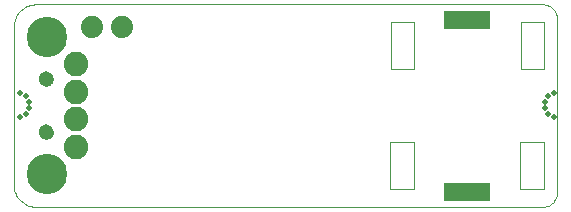
<source format=gbs>
G75*
%MOIN*%
%OFA0B0*%
%FSLAX24Y24*%
%IPPOS*%
%LPD*%
%AMOC8*
5,1,8,0,0,1.08239X$1,22.5*
%
%ADD10C,0.0000*%
%ADD11C,0.0200*%
%ADD12C,0.0820*%
%ADD13C,0.1346*%
%ADD14C,0.0513*%
%ADD15C,0.0740*%
%ADD16R,0.1575X0.0630*%
%ADD17C,0.0039*%
D10*
X006773Y003863D02*
X023643Y003863D01*
X023687Y003865D01*
X023730Y003871D01*
X023772Y003880D01*
X023814Y003893D01*
X023854Y003910D01*
X023893Y003930D01*
X023930Y003953D01*
X023964Y003980D01*
X023997Y004009D01*
X024026Y004042D01*
X024053Y004076D01*
X024076Y004113D01*
X024096Y004152D01*
X024113Y004192D01*
X024126Y004234D01*
X024135Y004276D01*
X024141Y004319D01*
X024143Y004363D01*
X024143Y010109D01*
X024141Y010152D01*
X024136Y010196D01*
X024127Y010238D01*
X024114Y010280D01*
X024098Y010320D01*
X024078Y010359D01*
X024055Y010396D01*
X024029Y010431D01*
X024000Y010463D01*
X023968Y010493D01*
X023933Y010520D01*
X023897Y010544D01*
X023858Y010564D01*
X023818Y010581D01*
X023777Y010595D01*
X023734Y010605D01*
X023691Y010611D01*
X023647Y010613D01*
X023648Y010613D02*
X006777Y010613D01*
X006723Y010611D01*
X006670Y010605D01*
X006617Y010596D01*
X006565Y010582D01*
X006514Y010565D01*
X006464Y010545D01*
X006416Y010521D01*
X006369Y010493D01*
X006325Y010463D01*
X006283Y010429D01*
X006244Y010392D01*
X006207Y010353D01*
X006173Y010311D01*
X006143Y010267D01*
X006115Y010220D01*
X006091Y010172D01*
X006071Y010122D01*
X006054Y010071D01*
X006040Y010019D01*
X006031Y009966D01*
X006025Y009913D01*
X006023Y009859D01*
X006023Y004613D01*
X006025Y004559D01*
X006031Y004506D01*
X006040Y004454D01*
X006053Y004402D01*
X006070Y004351D01*
X006091Y004301D01*
X006115Y004254D01*
X006142Y004208D01*
X006173Y004164D01*
X006206Y004122D01*
X006243Y004083D01*
X006282Y004046D01*
X006324Y004013D01*
X006368Y003982D01*
X006414Y003955D01*
X006461Y003931D01*
X006511Y003910D01*
X006562Y003893D01*
X006614Y003880D01*
X006666Y003871D01*
X006719Y003865D01*
X006773Y003863D01*
X006892Y006352D02*
X006894Y006381D01*
X006900Y006409D01*
X006909Y006437D01*
X006922Y006463D01*
X006939Y006486D01*
X006958Y006508D01*
X006980Y006527D01*
X007005Y006542D01*
X007031Y006555D01*
X007059Y006563D01*
X007087Y006568D01*
X007116Y006569D01*
X007145Y006566D01*
X007173Y006559D01*
X007200Y006549D01*
X007226Y006535D01*
X007249Y006518D01*
X007270Y006498D01*
X007288Y006475D01*
X007303Y006450D01*
X007314Y006423D01*
X007322Y006395D01*
X007326Y006366D01*
X007326Y006338D01*
X007322Y006309D01*
X007314Y006281D01*
X007303Y006254D01*
X007288Y006229D01*
X007270Y006206D01*
X007249Y006186D01*
X007226Y006169D01*
X007200Y006155D01*
X007173Y006145D01*
X007145Y006138D01*
X007116Y006135D01*
X007087Y006136D01*
X007059Y006141D01*
X007031Y006149D01*
X007005Y006162D01*
X006980Y006177D01*
X006958Y006196D01*
X006939Y006218D01*
X006922Y006241D01*
X006909Y006267D01*
X006900Y006295D01*
X006894Y006323D01*
X006892Y006352D01*
X006163Y006863D02*
X006165Y006878D01*
X006170Y006892D01*
X006179Y006904D01*
X006191Y006914D01*
X006204Y006920D01*
X006219Y006923D01*
X006234Y006922D01*
X006249Y006917D01*
X006261Y006909D01*
X006272Y006898D01*
X006279Y006885D01*
X006283Y006871D01*
X006283Y006855D01*
X006279Y006841D01*
X006272Y006828D01*
X006261Y006817D01*
X006249Y006809D01*
X006234Y006804D01*
X006219Y006803D01*
X006204Y006806D01*
X006191Y006812D01*
X006179Y006822D01*
X006170Y006834D01*
X006165Y006848D01*
X006163Y006863D01*
X006363Y006963D02*
X006365Y006978D01*
X006370Y006992D01*
X006379Y007004D01*
X006391Y007014D01*
X006404Y007020D01*
X006419Y007023D01*
X006434Y007022D01*
X006449Y007017D01*
X006461Y007009D01*
X006472Y006998D01*
X006479Y006985D01*
X006483Y006971D01*
X006483Y006955D01*
X006479Y006941D01*
X006472Y006928D01*
X006461Y006917D01*
X006449Y006909D01*
X006434Y006904D01*
X006419Y006903D01*
X006404Y006906D01*
X006391Y006912D01*
X006379Y006922D01*
X006370Y006934D01*
X006365Y006948D01*
X006363Y006963D01*
X006463Y007163D02*
X006465Y007178D01*
X006470Y007192D01*
X006479Y007204D01*
X006491Y007214D01*
X006504Y007220D01*
X006519Y007223D01*
X006534Y007222D01*
X006549Y007217D01*
X006561Y007209D01*
X006572Y007198D01*
X006579Y007185D01*
X006583Y007171D01*
X006583Y007155D01*
X006579Y007141D01*
X006572Y007128D01*
X006561Y007117D01*
X006549Y007109D01*
X006534Y007104D01*
X006519Y007103D01*
X006504Y007106D01*
X006491Y007112D01*
X006479Y007122D01*
X006470Y007134D01*
X006465Y007148D01*
X006463Y007163D01*
X006463Y007363D02*
X006465Y007378D01*
X006470Y007392D01*
X006479Y007404D01*
X006491Y007414D01*
X006504Y007420D01*
X006519Y007423D01*
X006534Y007422D01*
X006549Y007417D01*
X006561Y007409D01*
X006572Y007398D01*
X006579Y007385D01*
X006583Y007371D01*
X006583Y007355D01*
X006579Y007341D01*
X006572Y007328D01*
X006561Y007317D01*
X006549Y007309D01*
X006534Y007304D01*
X006519Y007303D01*
X006504Y007306D01*
X006491Y007312D01*
X006479Y007322D01*
X006470Y007334D01*
X006465Y007348D01*
X006463Y007363D01*
X006363Y007563D02*
X006365Y007578D01*
X006370Y007592D01*
X006379Y007604D01*
X006391Y007614D01*
X006404Y007620D01*
X006419Y007623D01*
X006434Y007622D01*
X006449Y007617D01*
X006461Y007609D01*
X006472Y007598D01*
X006479Y007585D01*
X006483Y007571D01*
X006483Y007555D01*
X006479Y007541D01*
X006472Y007528D01*
X006461Y007517D01*
X006449Y007509D01*
X006434Y007504D01*
X006419Y007503D01*
X006404Y007506D01*
X006391Y007512D01*
X006379Y007522D01*
X006370Y007534D01*
X006365Y007548D01*
X006363Y007563D01*
X006163Y007663D02*
X006165Y007678D01*
X006170Y007692D01*
X006179Y007704D01*
X006191Y007714D01*
X006204Y007720D01*
X006219Y007723D01*
X006234Y007722D01*
X006249Y007717D01*
X006261Y007709D01*
X006272Y007698D01*
X006279Y007685D01*
X006283Y007671D01*
X006283Y007655D01*
X006279Y007641D01*
X006272Y007628D01*
X006261Y007617D01*
X006249Y007609D01*
X006234Y007604D01*
X006219Y007603D01*
X006204Y007606D01*
X006191Y007612D01*
X006179Y007622D01*
X006170Y007634D01*
X006165Y007648D01*
X006163Y007663D01*
X006892Y008124D02*
X006894Y008153D01*
X006900Y008181D01*
X006909Y008209D01*
X006922Y008235D01*
X006939Y008258D01*
X006958Y008280D01*
X006980Y008299D01*
X007005Y008314D01*
X007031Y008327D01*
X007059Y008335D01*
X007087Y008340D01*
X007116Y008341D01*
X007145Y008338D01*
X007173Y008331D01*
X007200Y008321D01*
X007226Y008307D01*
X007249Y008290D01*
X007270Y008270D01*
X007288Y008247D01*
X007303Y008222D01*
X007314Y008195D01*
X007322Y008167D01*
X007326Y008138D01*
X007326Y008110D01*
X007322Y008081D01*
X007314Y008053D01*
X007303Y008026D01*
X007288Y008001D01*
X007270Y007978D01*
X007249Y007958D01*
X007226Y007941D01*
X007200Y007927D01*
X007173Y007917D01*
X007145Y007910D01*
X007116Y007907D01*
X007087Y007908D01*
X007059Y007913D01*
X007031Y007921D01*
X007005Y007934D01*
X006980Y007949D01*
X006958Y007968D01*
X006939Y007990D01*
X006922Y008013D01*
X006909Y008039D01*
X006900Y008067D01*
X006894Y008095D01*
X006892Y008124D01*
X023663Y007363D02*
X023665Y007378D01*
X023670Y007392D01*
X023679Y007404D01*
X023691Y007414D01*
X023704Y007420D01*
X023719Y007423D01*
X023734Y007422D01*
X023749Y007417D01*
X023761Y007409D01*
X023772Y007398D01*
X023779Y007385D01*
X023783Y007371D01*
X023783Y007355D01*
X023779Y007341D01*
X023772Y007328D01*
X023761Y007317D01*
X023749Y007309D01*
X023734Y007304D01*
X023719Y007303D01*
X023704Y007306D01*
X023691Y007312D01*
X023679Y007322D01*
X023670Y007334D01*
X023665Y007348D01*
X023663Y007363D01*
X023663Y007163D02*
X023665Y007178D01*
X023670Y007192D01*
X023679Y007204D01*
X023691Y007214D01*
X023704Y007220D01*
X023719Y007223D01*
X023734Y007222D01*
X023749Y007217D01*
X023761Y007209D01*
X023772Y007198D01*
X023779Y007185D01*
X023783Y007171D01*
X023783Y007155D01*
X023779Y007141D01*
X023772Y007128D01*
X023761Y007117D01*
X023749Y007109D01*
X023734Y007104D01*
X023719Y007103D01*
X023704Y007106D01*
X023691Y007112D01*
X023679Y007122D01*
X023670Y007134D01*
X023665Y007148D01*
X023663Y007163D01*
X023763Y006963D02*
X023765Y006978D01*
X023770Y006992D01*
X023779Y007004D01*
X023791Y007014D01*
X023804Y007020D01*
X023819Y007023D01*
X023834Y007022D01*
X023849Y007017D01*
X023861Y007009D01*
X023872Y006998D01*
X023879Y006985D01*
X023883Y006971D01*
X023883Y006955D01*
X023879Y006941D01*
X023872Y006928D01*
X023861Y006917D01*
X023849Y006909D01*
X023834Y006904D01*
X023819Y006903D01*
X023804Y006906D01*
X023791Y006912D01*
X023779Y006922D01*
X023770Y006934D01*
X023765Y006948D01*
X023763Y006963D01*
X023963Y006863D02*
X023965Y006878D01*
X023970Y006892D01*
X023979Y006904D01*
X023991Y006914D01*
X024004Y006920D01*
X024019Y006923D01*
X024034Y006922D01*
X024049Y006917D01*
X024061Y006909D01*
X024072Y006898D01*
X024079Y006885D01*
X024083Y006871D01*
X024083Y006855D01*
X024079Y006841D01*
X024072Y006828D01*
X024061Y006817D01*
X024049Y006809D01*
X024034Y006804D01*
X024019Y006803D01*
X024004Y006806D01*
X023991Y006812D01*
X023979Y006822D01*
X023970Y006834D01*
X023965Y006848D01*
X023963Y006863D01*
X023763Y007563D02*
X023765Y007578D01*
X023770Y007592D01*
X023779Y007604D01*
X023791Y007614D01*
X023804Y007620D01*
X023819Y007623D01*
X023834Y007622D01*
X023849Y007617D01*
X023861Y007609D01*
X023872Y007598D01*
X023879Y007585D01*
X023883Y007571D01*
X023883Y007555D01*
X023879Y007541D01*
X023872Y007528D01*
X023861Y007517D01*
X023849Y007509D01*
X023834Y007504D01*
X023819Y007503D01*
X023804Y007506D01*
X023791Y007512D01*
X023779Y007522D01*
X023770Y007534D01*
X023765Y007548D01*
X023763Y007563D01*
X023963Y007663D02*
X023965Y007678D01*
X023970Y007692D01*
X023979Y007704D01*
X023991Y007714D01*
X024004Y007720D01*
X024019Y007723D01*
X024034Y007722D01*
X024049Y007717D01*
X024061Y007709D01*
X024072Y007698D01*
X024079Y007685D01*
X024083Y007671D01*
X024083Y007655D01*
X024079Y007641D01*
X024072Y007628D01*
X024061Y007617D01*
X024049Y007609D01*
X024034Y007604D01*
X024019Y007603D01*
X024004Y007606D01*
X023991Y007612D01*
X023979Y007622D01*
X023970Y007634D01*
X023965Y007648D01*
X023963Y007663D01*
D11*
X024023Y007663D03*
X023823Y007563D03*
X023723Y007363D03*
X023723Y007163D03*
X023823Y006963D03*
X024023Y006863D03*
X006523Y007163D03*
X006523Y007363D03*
X006423Y007563D03*
X006223Y007663D03*
X006423Y006963D03*
X006223Y006863D03*
D12*
X008093Y006794D03*
X008093Y005860D03*
X008093Y007681D03*
X008093Y008616D03*
D13*
X007148Y009521D03*
X007148Y004954D03*
D14*
X007109Y006352D03*
X007109Y008124D03*
D15*
X008648Y009863D03*
X009648Y009863D03*
D16*
X021148Y010104D03*
X021148Y004372D03*
D17*
X021734Y004254D02*
X021734Y004490D01*
X020553Y004490D01*
X020553Y004254D01*
X021734Y004254D01*
X022916Y004450D02*
X023703Y004450D01*
X023703Y006025D01*
X022916Y006025D01*
X022916Y004450D01*
X019372Y004450D02*
X019372Y006025D01*
X018585Y006025D01*
X018585Y004450D01*
X019372Y004450D01*
X019380Y008450D02*
X018593Y008450D01*
X018593Y010025D01*
X019380Y010025D01*
X019380Y008450D01*
X020561Y009986D02*
X021742Y009986D01*
X021742Y010222D01*
X020561Y010222D01*
X020561Y009986D01*
X022923Y010025D02*
X022923Y008450D01*
X023711Y008450D01*
X023711Y010025D01*
X022923Y010025D01*
M02*

</source>
